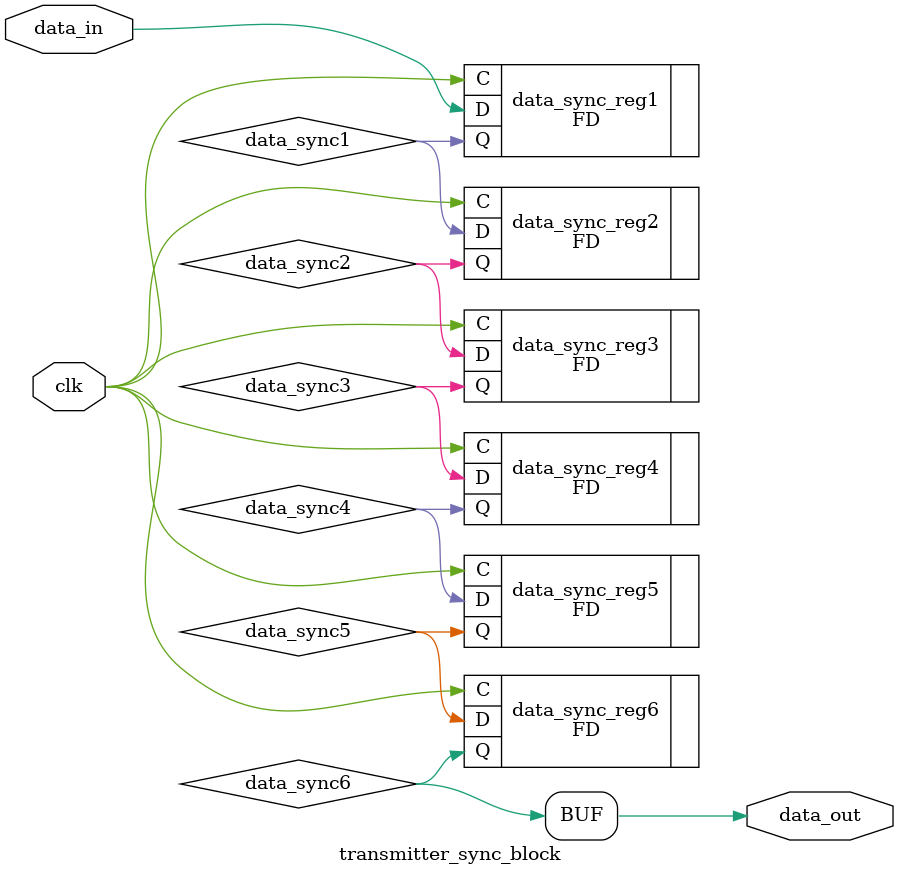
<source format=v>




`timescale 1ps / 1ps

//(* dont_touch = "yes" *)
module transmitter_sync_block #(
  parameter INITIALISE = 6'b000000
)
(
  input        clk,              // clock to be sync'ed to
  input        data_in,          // Data to be 'synced'
  output       data_out          // synced data
);

  // Internal Signals
  wire data_sync1;
  wire data_sync2;
  wire data_sync3;
  wire data_sync4;
  wire data_sync5;
  wire data_sync6;


  (* shreg_extract = "no", ASYNC_REG = "TRUE" *)
  FD #(
    .INIT (INITIALISE[0])
  ) data_sync_reg1 (
    .C  (clk),
    .D  (data_in),
    .Q  (data_sync1)
  );


  (* shreg_extract = "no", ASYNC_REG = "TRUE" *)
  FD #(
   .INIT (INITIALISE[1])
  ) data_sync_reg2 (
  .C  (clk),
  .D  (data_sync1),
  .Q  (data_sync2)
  );


  (* shreg_extract = "no", ASYNC_REG = "TRUE" *)
  FD #(
   .INIT (INITIALISE[2])
  ) data_sync_reg3 (
  .C  (clk),
  .D  (data_sync2),
  .Q  (data_sync3)
  );

  (* shreg_extract = "no", ASYNC_REG = "TRUE" *)
  FD #(
   .INIT (INITIALISE[3])
  ) data_sync_reg4 (
  .C  (clk),
  .D  (data_sync3),
  .Q  (data_sync4)
  );

  (* shreg_extract = "no", ASYNC_REG = "TRUE" *)
  FD #(
   .INIT (INITIALISE[4])
  ) data_sync_reg5 (
  .C  (clk),
  .D  (data_sync4),
  .Q  (data_sync5)
  );

  (* shreg_extract = "no", ASYNC_REG = "TRUE" *)
  FD #(
   .INIT (INITIALISE[5])
  ) data_sync_reg6 (
  .C  (clk),
  .D  (data_sync5),
  .Q  (data_sync6)
  );
  assign data_out = data_sync6;



endmodule

</source>
